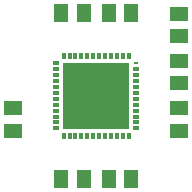
<source format=gbp>
G04 EAGLE Gerber RS-274X export*
G75*
%MOMM*%
%FSLAX34Y34*%
%LPD*%
%INBottom Paste*%
%IPPOS*%
%AMOC8*
5,1,8,0,0,1.08239X$1,22.5*%
G01*
%ADD10R,0.400000X0.200000*%
%ADD11R,5.600000X5.600000*%
%ADD12R,0.550000X0.300000*%
%ADD13R,0.300000X0.550000*%
%ADD14R,1.300000X1.500000*%
%ADD15R,1.500000X1.300000*%


D10*
X148750Y302500D03*
D11*
X115000Y275000D03*
D12*
X148750Y297500D03*
X148750Y292500D03*
X148750Y287500D03*
X148750Y282500D03*
X148750Y277500D03*
X148750Y272500D03*
X148750Y267500D03*
X148750Y262500D03*
X148750Y257500D03*
X148750Y252500D03*
X148750Y247500D03*
D13*
X142500Y241250D03*
X137500Y241250D03*
X132500Y241250D03*
X127500Y241250D03*
X122500Y241250D03*
X117500Y241250D03*
X112500Y241250D03*
X107500Y241250D03*
X102500Y241250D03*
X97500Y241250D03*
X92500Y241250D03*
X87500Y241250D03*
D12*
X81250Y247500D03*
X81250Y252500D03*
X81250Y257500D03*
X81250Y262500D03*
X81250Y267500D03*
X81250Y272500D03*
X81250Y277500D03*
X81250Y282500D03*
X81250Y287500D03*
X81250Y292500D03*
X81250Y297500D03*
X81250Y302500D03*
D13*
X87500Y308750D03*
X92500Y308750D03*
X97500Y308750D03*
X102500Y308750D03*
X107500Y308750D03*
X112500Y308750D03*
X117500Y308750D03*
X122500Y308750D03*
X127500Y308750D03*
X132500Y308750D03*
X137500Y308750D03*
X142500Y308750D03*
D14*
X125500Y345000D03*
X144500Y345000D03*
X104500Y345000D03*
X85500Y345000D03*
D15*
X185000Y264500D03*
X185000Y245500D03*
X185000Y304500D03*
X185000Y285500D03*
X45000Y264500D03*
X45000Y245500D03*
D14*
X104500Y205000D03*
X85500Y205000D03*
X144500Y205000D03*
X125500Y205000D03*
D15*
X185000Y344500D03*
X185000Y325500D03*
M02*

</source>
